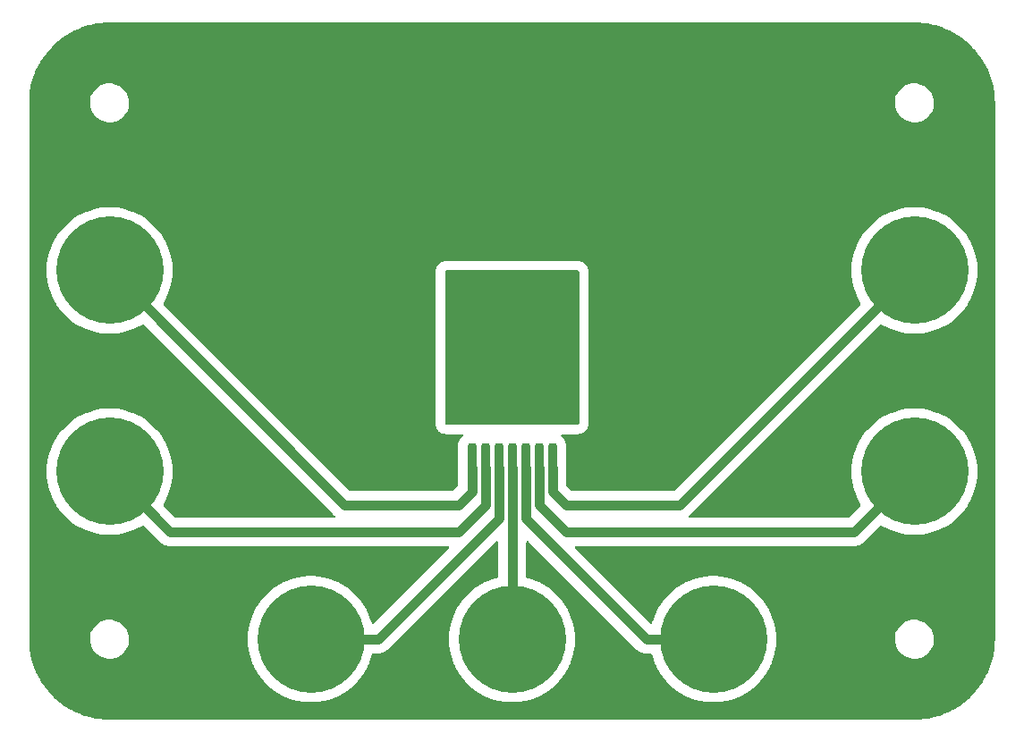
<source format=gbr>
%TF.GenerationSoftware,KiCad,Pcbnew,7.0.9*%
%TF.CreationDate,2023-11-14T16:07:15-06:00*%
%TF.ProjectId,to263-prototype,746f3236-332d-4707-926f-746f74797065,rev?*%
%TF.SameCoordinates,Original*%
%TF.FileFunction,Copper,L1,Top*%
%TF.FilePolarity,Positive*%
%FSLAX46Y46*%
G04 Gerber Fmt 4.6, Leading zero omitted, Abs format (unit mm)*
G04 Created by KiCad (PCBNEW 7.0.9) date 2023-11-14 16:07:15*
%MOMM*%
%LPD*%
G01*
G04 APERTURE LIST*
G04 Aperture macros list*
%AMRoundRect*
0 Rectangle with rounded corners*
0 $1 Rounding radius*
0 $2 $3 $4 $5 $6 $7 $8 $9 X,Y pos of 4 corners*
0 Add a 4 corners polygon primitive as box body*
4,1,4,$2,$3,$4,$5,$6,$7,$8,$9,$2,$3,0*
0 Add four circle primitives for the rounded corners*
1,1,$1+$1,$2,$3*
1,1,$1+$1,$4,$5*
1,1,$1+$1,$6,$7*
1,1,$1+$1,$8,$9*
0 Add four rect primitives between the rounded corners*
20,1,$1+$1,$2,$3,$4,$5,0*
20,1,$1+$1,$4,$5,$6,$7,0*
20,1,$1+$1,$6,$7,$8,$9,0*
20,1,$1+$1,$8,$9,$2,$3,0*%
G04 Aperture macros list end*
%TA.AperFunction,SMDPad,CuDef*%
%ADD10RoundRect,0.190500X3.009900X0.190500X-3.009900X0.190500X-3.009900X-0.190500X3.009900X-0.190500X0*%
%TD*%
%TA.AperFunction,ComponentPad*%
%ADD11C,10.160000*%
%TD*%
%TA.AperFunction,SMDPad,CuDef*%
%ADD12RoundRect,0.200000X0.200000X-2.100000X0.200000X2.100000X-0.200000X2.100000X-0.200000X-2.100000X0*%
%TD*%
%TA.AperFunction,SMDPad,CuDef*%
%ADD13RoundRect,0.250000X2.375000X-2.025000X2.375000X2.025000X-2.375000X2.025000X-2.375000X-2.025000X0*%
%TD*%
%TA.AperFunction,SMDPad,CuDef*%
%ADD14RoundRect,0.250002X5.149998X-4.449998X5.149998X4.449998X-5.149998X4.449998X-5.149998X-4.449998X0*%
%TD*%
%TA.AperFunction,Conductor*%
%ADD15C,0.889000*%
%TD*%
G04 APERTURE END LIST*
D10*
%TO.P,C1,1*%
%TO.N,Net-(J4-Pin_1)*%
X88900000Y-67310000D03*
%TO.P,C1,2*%
%TO.N,GND*%
X88900000Y-65125600D03*
%TD*%
D11*
%TO.P,J8,1,Pin_1*%
%TO.N,GND*%
X69850000Y-50800000D03*
%TD*%
%TO.P,J4,1,Pin_1*%
%TO.N,Net-(J4-Pin_1)*%
X88900000Y-101600000D03*
%TD*%
%TO.P,J1,1,Pin_1*%
%TO.N,Net-(J1-Pin_1)*%
X50800000Y-66675000D03*
%TD*%
%TO.P,J3,1,Pin_1*%
%TO.N,Net-(J3-Pin_1)*%
X69850000Y-101600000D03*
%TD*%
%TO.P,J6,1,Pin_1*%
%TO.N,Net-(J6-Pin_1)*%
X127000000Y-85725000D03*
%TD*%
%TO.P,J5,1,Pin_1*%
%TO.N,Net-(J5-Pin_1)*%
X107950000Y-101600000D03*
%TD*%
%TO.P,J2,1,Pin_1*%
%TO.N,Net-(J2-Pin_1)*%
X50800000Y-85725000D03*
%TD*%
%TO.P,J7,1,Pin_1*%
%TO.N,Net-(J7-Pin_1)*%
X127000000Y-66675000D03*
%TD*%
D12*
%TO.P,U1,1,Pin_1*%
%TO.N,Net-(J1-Pin_1)*%
X85090000Y-85350000D03*
%TO.P,U1,2,Pin_2*%
%TO.N,Net-(J2-Pin_1)*%
X86360000Y-85350000D03*
%TO.P,U1,3,Pin_3*%
%TO.N,Net-(J3-Pin_1)*%
X87630000Y-85350000D03*
%TO.P,U1,4,Pin_4*%
%TO.N,Net-(J4-Pin_1)*%
X88900000Y-85350000D03*
D13*
X86125000Y-78625000D03*
X91675000Y-78625000D03*
D14*
X88900000Y-76200000D03*
D13*
X86125000Y-73775000D03*
X91675000Y-73775000D03*
D12*
%TO.P,U1,5,Pin_5*%
%TO.N,Net-(J5-Pin_1)*%
X90170000Y-85350000D03*
%TO.P,U1,6,Pin_6*%
%TO.N,Net-(J6-Pin_1)*%
X91440000Y-85350000D03*
%TO.P,U1,7,Pin_7*%
%TO.N,Net-(J7-Pin_1)*%
X92710000Y-85350000D03*
%TD*%
D15*
%TO.N,Net-(J1-Pin_1)*%
X85090000Y-87650000D02*
X83840000Y-88900000D01*
X73025000Y-88900000D02*
X50800000Y-66675000D01*
X85090000Y-85350000D02*
X85090000Y-87650000D01*
X83840000Y-88900000D02*
X73025000Y-88900000D01*
%TO.N,Net-(J2-Pin_1)*%
X56515000Y-91440000D02*
X50800000Y-85725000D01*
X83820000Y-91440000D02*
X56515000Y-91440000D01*
X86360000Y-85350000D02*
X86360000Y-88900000D01*
X86360000Y-88900000D02*
X83820000Y-91440000D01*
%TO.N,Net-(J3-Pin_1)*%
X87630000Y-85350000D02*
X87630000Y-90170000D01*
X87630000Y-90170000D02*
X76200000Y-101600000D01*
X76200000Y-101600000D02*
X69850000Y-101600000D01*
%TO.N,Net-(J4-Pin_1)*%
X88900000Y-85350000D02*
X88900000Y-101600000D01*
%TO.N,Net-(J5-Pin_1)*%
X90170000Y-85350000D02*
X90170000Y-90170000D01*
X101600000Y-101600000D02*
X107950000Y-101600000D01*
X90170000Y-90170000D02*
X101600000Y-101600000D01*
%TO.N,Net-(J6-Pin_1)*%
X121285000Y-91440000D02*
X127000000Y-85725000D01*
X93980000Y-91440000D02*
X121285000Y-91440000D01*
X91440000Y-88900000D02*
X93980000Y-91440000D01*
X91440000Y-85350000D02*
X91440000Y-88900000D01*
%TO.N,Net-(J7-Pin_1)*%
X104775000Y-88900000D02*
X127000000Y-66675000D01*
X92710000Y-87630000D02*
X93980000Y-88900000D01*
X92710000Y-85350000D02*
X92710000Y-87630000D01*
X93980000Y-88900000D02*
X104775000Y-88900000D01*
%TD*%
%TA.AperFunction,Conductor*%
%TO.N,GND*%
G36*
X127322140Y-43191504D02*
G01*
X127522520Y-43198661D01*
X127526580Y-43198942D01*
X127814973Y-43228589D01*
X128051748Y-43254046D01*
X128055619Y-43254588D01*
X128334032Y-43302592D01*
X128575786Y-43346209D01*
X128579345Y-43346963D01*
X128841257Y-43410789D01*
X128850934Y-43413148D01*
X129092051Y-43474689D01*
X129095400Y-43475647D01*
X129360331Y-43559732D01*
X129598091Y-43638866D01*
X129601205Y-43639999D01*
X129715553Y-43685091D01*
X129858831Y-43741592D01*
X130091402Y-43837927D01*
X130094269Y-43839202D01*
X130251768Y-43914105D01*
X130343806Y-43957877D01*
X130569576Y-44070889D01*
X130572211Y-44072288D01*
X130812732Y-44207526D01*
X130898176Y-44258221D01*
X131030359Y-44336650D01*
X131032709Y-44338117D01*
X131163888Y-44424157D01*
X131263229Y-44489315D01*
X131263251Y-44489329D01*
X131472485Y-44634603D01*
X131693115Y-44801912D01*
X131891579Y-44961844D01*
X131996099Y-45052980D01*
X132100199Y-45143751D01*
X132286816Y-45317497D01*
X132482502Y-45513183D01*
X132656248Y-45699800D01*
X132708860Y-45760137D01*
X132838158Y-45908423D01*
X132947881Y-46044582D01*
X132998087Y-46106884D01*
X133165396Y-46327514D01*
X133310670Y-46536748D01*
X133461881Y-46767289D01*
X133463359Y-46769656D01*
X133592473Y-46987267D01*
X133727710Y-47227787D01*
X133729109Y-47230422D01*
X133842122Y-47456193D01*
X133960786Y-47705706D01*
X133962076Y-47708608D01*
X134058414Y-47941188D01*
X134159999Y-48198793D01*
X134161150Y-48201959D01*
X134240283Y-48439717D01*
X134324340Y-48704561D01*
X134325319Y-48707984D01*
X134386851Y-48949065D01*
X134453021Y-49220589D01*
X134453799Y-49224261D01*
X134497418Y-49466026D01*
X134545410Y-49744381D01*
X134545957Y-49748288D01*
X134571425Y-49985174D01*
X134601053Y-50273378D01*
X134601338Y-50277506D01*
X134608507Y-50478225D01*
X134619500Y-50800001D01*
X134619500Y-101599999D01*
X134608507Y-101921774D01*
X134601338Y-102122492D01*
X134601053Y-102126620D01*
X134571425Y-102414825D01*
X134545957Y-102651710D01*
X134545410Y-102655617D01*
X134497418Y-102933973D01*
X134453799Y-103175737D01*
X134453021Y-103179409D01*
X134386851Y-103450934D01*
X134325319Y-103692014D01*
X134324340Y-103695437D01*
X134240283Y-103960282D01*
X134161150Y-104198039D01*
X134160000Y-104201205D01*
X134058414Y-104458811D01*
X133962076Y-104691390D01*
X133960786Y-104694292D01*
X133842122Y-104943806D01*
X133729109Y-105169576D01*
X133727710Y-105172211D01*
X133592473Y-105412732D01*
X133463359Y-105630342D01*
X133461881Y-105632709D01*
X133310670Y-105863251D01*
X133165396Y-106072485D01*
X132998087Y-106293115D01*
X132838151Y-106491585D01*
X132656248Y-106700199D01*
X132482502Y-106886816D01*
X132286816Y-107082502D01*
X132100199Y-107256248D01*
X131891585Y-107438151D01*
X131693115Y-107598087D01*
X131472485Y-107765396D01*
X131263251Y-107910670D01*
X131032709Y-108061881D01*
X131030342Y-108063359D01*
X130812732Y-108192473D01*
X130572211Y-108327710D01*
X130569576Y-108329109D01*
X130343806Y-108442122D01*
X130094292Y-108560786D01*
X130091390Y-108562076D01*
X129858811Y-108658414D01*
X129601205Y-108760000D01*
X129598039Y-108761150D01*
X129360282Y-108840283D01*
X129095437Y-108924340D01*
X129092014Y-108925319D01*
X128850934Y-108986851D01*
X128579409Y-109053021D01*
X128575737Y-109053799D01*
X128333973Y-109097418D01*
X128055617Y-109145410D01*
X128051710Y-109145957D01*
X127814825Y-109171425D01*
X127526620Y-109201053D01*
X127522492Y-109201338D01*
X127321774Y-109208507D01*
X126999999Y-109219500D01*
X50800001Y-109219500D01*
X50478225Y-109208507D01*
X50277506Y-109201338D01*
X50273378Y-109201053D01*
X49985174Y-109171425D01*
X49748288Y-109145957D01*
X49744381Y-109145410D01*
X49466026Y-109097418D01*
X49224261Y-109053799D01*
X49220604Y-109053024D01*
X49119381Y-109028356D01*
X48949065Y-108986851D01*
X48707984Y-108925319D01*
X48704561Y-108924340D01*
X48439717Y-108840283D01*
X48201950Y-108761146D01*
X48198793Y-108759999D01*
X47941188Y-108658414D01*
X47708608Y-108562076D01*
X47705706Y-108560786D01*
X47456193Y-108442122D01*
X47230422Y-108329109D01*
X47227787Y-108327710D01*
X46987267Y-108192473D01*
X46769656Y-108063359D01*
X46767289Y-108061881D01*
X46536748Y-107910670D01*
X46327514Y-107765396D01*
X46106884Y-107598087D01*
X46023367Y-107530785D01*
X45908423Y-107438158D01*
X45760137Y-107308860D01*
X45699800Y-107256248D01*
X45513183Y-107082502D01*
X45317497Y-106886816D01*
X45143751Y-106700199D01*
X45066097Y-106611142D01*
X44961844Y-106491579D01*
X44801912Y-106293115D01*
X44634603Y-106072485D01*
X44489329Y-105863251D01*
X44338117Y-105632709D01*
X44336650Y-105630359D01*
X44207526Y-105412732D01*
X44072288Y-105172211D01*
X44070889Y-105169576D01*
X43957877Y-104943806D01*
X43918755Y-104861545D01*
X43839202Y-104694270D01*
X43837922Y-104691390D01*
X43741585Y-104458811D01*
X43639999Y-104201205D01*
X43638866Y-104198091D01*
X43559732Y-103960331D01*
X43475647Y-103695400D01*
X43474689Y-103692051D01*
X43413148Y-103450934D01*
X43402031Y-103405316D01*
X43346963Y-103179345D01*
X43346209Y-103175786D01*
X43302586Y-102933999D01*
X43254588Y-102655617D01*
X43254046Y-102651748D01*
X43228574Y-102414825D01*
X43198942Y-102126580D01*
X43198661Y-102122520D01*
X43191492Y-101921774D01*
X43182815Y-101667763D01*
X48945787Y-101667763D01*
X48975413Y-101937013D01*
X48975415Y-101937024D01*
X49024982Y-102126620D01*
X49043928Y-102199088D01*
X49149870Y-102448390D01*
X49258147Y-102625808D01*
X49290979Y-102679605D01*
X49290986Y-102679615D01*
X49464253Y-102887819D01*
X49464259Y-102887824D01*
X49515765Y-102933973D01*
X49665998Y-103068582D01*
X49891910Y-103218044D01*
X50137176Y-103333020D01*
X50137183Y-103333022D01*
X50137185Y-103333023D01*
X50396557Y-103411057D01*
X50396564Y-103411058D01*
X50396569Y-103411060D01*
X50664561Y-103450500D01*
X50664566Y-103450500D01*
X50867636Y-103450500D01*
X50919133Y-103446730D01*
X51070156Y-103435677D01*
X51206451Y-103405316D01*
X51334546Y-103376782D01*
X51334548Y-103376781D01*
X51334553Y-103376780D01*
X51587558Y-103280014D01*
X51823777Y-103147441D01*
X52038177Y-102981888D01*
X52226186Y-102786881D01*
X52383799Y-102566579D01*
X52479850Y-102379759D01*
X52507649Y-102325690D01*
X52507651Y-102325684D01*
X52507656Y-102325675D01*
X52595118Y-102069305D01*
X52644319Y-101802933D01*
X52654212Y-101532235D01*
X52624586Y-101262982D01*
X52556072Y-101000912D01*
X52450130Y-100751610D01*
X52309018Y-100520390D01*
X52219747Y-100413119D01*
X52135746Y-100312180D01*
X52135740Y-100312175D01*
X51934002Y-100131418D01*
X51708092Y-99981957D01*
X51708090Y-99981956D01*
X51462824Y-99866980D01*
X51462819Y-99866978D01*
X51462814Y-99866976D01*
X51203442Y-99788942D01*
X51203428Y-99788939D01*
X51087791Y-99771921D01*
X50935439Y-99749500D01*
X50732369Y-99749500D01*
X50732364Y-99749500D01*
X50529844Y-99764323D01*
X50529831Y-99764325D01*
X50265453Y-99823217D01*
X50265446Y-99823220D01*
X50012439Y-99919987D01*
X49776226Y-100052557D01*
X49561822Y-100218112D01*
X49373822Y-100413109D01*
X49373816Y-100413116D01*
X49216202Y-100633419D01*
X49216199Y-100633424D01*
X49092350Y-100874309D01*
X49092343Y-100874327D01*
X49004884Y-101130685D01*
X49004881Y-101130699D01*
X48955681Y-101397068D01*
X48955680Y-101397075D01*
X48945787Y-101667763D01*
X43182815Y-101667763D01*
X43180500Y-101600000D01*
X43180500Y-101599500D01*
X43180500Y-85725001D01*
X44825655Y-85725001D01*
X44845028Y-86205734D01*
X44903021Y-86683355D01*
X44903021Y-86683354D01*
X44972989Y-87026077D01*
X44999259Y-87154754D01*
X45133116Y-87616884D01*
X45133119Y-87616893D01*
X45303730Y-88066756D01*
X45416400Y-88304202D01*
X45509980Y-88501417D01*
X45731121Y-88884444D01*
X45750548Y-88918091D01*
X45783773Y-88966225D01*
X46023853Y-89314042D01*
X46328139Y-89686724D01*
X46328142Y-89686727D01*
X46661427Y-90033713D01*
X47021553Y-90352757D01*
X47406188Y-90641792D01*
X47812830Y-90898937D01*
X47812831Y-90898937D01*
X48238853Y-91122530D01*
X48566128Y-91261968D01*
X48681468Y-91311110D01*
X48681470Y-91311110D01*
X48681478Y-91311114D01*
X48863002Y-91371715D01*
X49137833Y-91463467D01*
X49137836Y-91463467D01*
X49137836Y-91463468D01*
X49604976Y-91578607D01*
X50079870Y-91655785D01*
X50079871Y-91655785D01*
X50559435Y-91694500D01*
X50559437Y-91694500D01*
X51040565Y-91694500D01*
X51520129Y-91655785D01*
X51520130Y-91655785D01*
X51995024Y-91578607D01*
X52462164Y-91463468D01*
X52462164Y-91463467D01*
X52462167Y-91463467D01*
X52736997Y-91371715D01*
X52918522Y-91311114D01*
X52918529Y-91311110D01*
X52918532Y-91311110D01*
X53033872Y-91261968D01*
X53361147Y-91122530D01*
X53787169Y-90898937D01*
X53787168Y-90898937D01*
X53787173Y-90898935D01*
X53887255Y-90835646D01*
X53954434Y-90816453D01*
X54021328Y-90836628D01*
X54041208Y-90852769D01*
X55489193Y-92300754D01*
X55654246Y-92465807D01*
X55684381Y-92486908D01*
X55699916Y-92497786D01*
X55704208Y-92501079D01*
X55746927Y-92536924D01*
X55795236Y-92564815D01*
X55799770Y-92567704D01*
X55845452Y-92599691D01*
X55895990Y-92623256D01*
X55900766Y-92625743D01*
X55900784Y-92625753D01*
X55949063Y-92653628D01*
X55949067Y-92653630D01*
X55949074Y-92653634D01*
X56001483Y-92672708D01*
X56006463Y-92674772D01*
X56057000Y-92698338D01*
X56057001Y-92698338D01*
X56057002Y-92698339D01*
X56110855Y-92712768D01*
X56116013Y-92714395D01*
X56159354Y-92730169D01*
X56168417Y-92733468D01*
X56223341Y-92743151D01*
X56228604Y-92744319D01*
X56236480Y-92746429D01*
X56282468Y-92758752D01*
X56338047Y-92763613D01*
X56343353Y-92764312D01*
X56398290Y-92774000D01*
X56456753Y-92774000D01*
X82840077Y-92774000D01*
X82907116Y-92793685D01*
X82952871Y-92846489D01*
X82962815Y-92915647D01*
X82933790Y-92979203D01*
X82927758Y-92985681D01*
X75819902Y-100093535D01*
X75758579Y-100127020D01*
X75688887Y-100122036D01*
X75632954Y-100080164D01*
X75613117Y-100040353D01*
X75516884Y-99708116D01*
X75346275Y-99258256D01*
X75346272Y-99258251D01*
X75346270Y-99258244D01*
X75233599Y-99020797D01*
X75140020Y-98823583D01*
X74899457Y-98406917D01*
X74899454Y-98406913D01*
X74899452Y-98406909D01*
X74811359Y-98279285D01*
X74626147Y-98010958D01*
X74321861Y-97638276D01*
X73988574Y-97291288D01*
X73628447Y-96972243D01*
X73243815Y-96683210D01*
X72837173Y-96426065D01*
X72837170Y-96426063D01*
X72837169Y-96426063D01*
X72411147Y-96202470D01*
X72083872Y-96063031D01*
X71968532Y-96013890D01*
X71968529Y-96013889D01*
X71968522Y-96013886D01*
X71786997Y-95953284D01*
X71512167Y-95861533D01*
X71512164Y-95861532D01*
X71045024Y-95746393D01*
X70570130Y-95669215D01*
X70570129Y-95669215D01*
X70090565Y-95630500D01*
X70090563Y-95630500D01*
X69609437Y-95630500D01*
X69609435Y-95630500D01*
X69129871Y-95669215D01*
X69129870Y-95669215D01*
X68654976Y-95746393D01*
X68187836Y-95861532D01*
X68187833Y-95861533D01*
X67913002Y-95953284D01*
X67731478Y-96013886D01*
X67731470Y-96013889D01*
X67731468Y-96013890D01*
X67616128Y-96063031D01*
X67288853Y-96202470D01*
X66862832Y-96426063D01*
X66862831Y-96426063D01*
X66862828Y-96426065D01*
X66456185Y-96683210D01*
X66071553Y-96972243D01*
X65711426Y-97291288D01*
X65378139Y-97638276D01*
X65073853Y-98010958D01*
X64888640Y-98279285D01*
X64800548Y-98406909D01*
X64800545Y-98406913D01*
X64800543Y-98406917D01*
X64559980Y-98823583D01*
X64466400Y-99020797D01*
X64353730Y-99258244D01*
X64353727Y-99258251D01*
X64353725Y-99258256D01*
X64183116Y-99708116D01*
X64049260Y-100170241D01*
X63953021Y-100641645D01*
X63953021Y-100641646D01*
X63953021Y-100641648D01*
X63895028Y-101119265D01*
X63875655Y-101600000D01*
X63895028Y-102080735D01*
X63909398Y-102199082D01*
X63953021Y-102558355D01*
X63953021Y-102558354D01*
X64033729Y-102953685D01*
X64049259Y-103029754D01*
X64183116Y-103491884D01*
X64340418Y-103906657D01*
X64353730Y-103941756D01*
X64362521Y-103960282D01*
X64559980Y-104376417D01*
X64741830Y-104691390D01*
X64800548Y-104793091D01*
X64856940Y-104874788D01*
X65073853Y-105189042D01*
X65378139Y-105561724D01*
X65711426Y-105908712D01*
X66071553Y-106227757D01*
X66422643Y-106491585D01*
X66456188Y-106516792D01*
X66862830Y-106773937D01*
X66862831Y-106773937D01*
X67277649Y-106991650D01*
X67288853Y-106997530D01*
X67488291Y-107082502D01*
X67731468Y-107186110D01*
X67731470Y-107186110D01*
X67731478Y-107186114D01*
X67913002Y-107246715D01*
X68187833Y-107338467D01*
X68187836Y-107338467D01*
X68187836Y-107338468D01*
X68654976Y-107453607D01*
X69129870Y-107530785D01*
X69129871Y-107530785D01*
X69609435Y-107569500D01*
X69609437Y-107569500D01*
X70090565Y-107569500D01*
X70570129Y-107530785D01*
X70570130Y-107530785D01*
X71045024Y-107453607D01*
X71512164Y-107338468D01*
X71512164Y-107338467D01*
X71512167Y-107338467D01*
X71786997Y-107246715D01*
X71968522Y-107186114D01*
X71968529Y-107186110D01*
X71968532Y-107186110D01*
X72211709Y-107082502D01*
X72411147Y-106997530D01*
X72422351Y-106991650D01*
X72837169Y-106773937D01*
X72837170Y-106773937D01*
X73243812Y-106516792D01*
X73277357Y-106491585D01*
X73628447Y-106227757D01*
X73988574Y-105908712D01*
X74321861Y-105561724D01*
X74626147Y-105189042D01*
X74843060Y-104874788D01*
X74899452Y-104793091D01*
X74958170Y-104691390D01*
X75140020Y-104376417D01*
X75337479Y-103960282D01*
X75346270Y-103941756D01*
X75359582Y-103906657D01*
X75516884Y-103491884D01*
X75650741Y-103029754D01*
X75650742Y-103029748D01*
X75651094Y-103028323D01*
X75686251Y-102967943D01*
X75748471Y-102936155D01*
X75771490Y-102934000D01*
X76316707Y-102934000D01*
X76316710Y-102934000D01*
X76371645Y-102924313D01*
X76376966Y-102923613D01*
X76432532Y-102918752D01*
X76486416Y-102904313D01*
X76491653Y-102903152D01*
X76546583Y-102893467D01*
X76567018Y-102886029D01*
X76598977Y-102874397D01*
X76604134Y-102872771D01*
X76657998Y-102858339D01*
X76708536Y-102834771D01*
X76713526Y-102832705D01*
X76765927Y-102813634D01*
X76814232Y-102785744D01*
X76819006Y-102783258D01*
X76869548Y-102759691D01*
X76915226Y-102727706D01*
X76919772Y-102724809D01*
X76968074Y-102696923D01*
X77010811Y-102661060D01*
X77015068Y-102657795D01*
X77060754Y-102625807D01*
X77225807Y-102460754D01*
X87354319Y-92332242D01*
X87415642Y-92298757D01*
X87485334Y-92303741D01*
X87541267Y-92345613D01*
X87565684Y-92411077D01*
X87566000Y-92419923D01*
X87566000Y-95683499D01*
X87546315Y-95750538D01*
X87493511Y-95796293D01*
X87471675Y-95803896D01*
X87237836Y-95861532D01*
X87237833Y-95861533D01*
X86963002Y-95953284D01*
X86781478Y-96013886D01*
X86781470Y-96013889D01*
X86781468Y-96013890D01*
X86666128Y-96063031D01*
X86338853Y-96202470D01*
X85912832Y-96426063D01*
X85912831Y-96426063D01*
X85912828Y-96426065D01*
X85506185Y-96683210D01*
X85121553Y-96972243D01*
X84761426Y-97291288D01*
X84428139Y-97638276D01*
X84123853Y-98010958D01*
X83938640Y-98279285D01*
X83850548Y-98406909D01*
X83850545Y-98406913D01*
X83850543Y-98406917D01*
X83609980Y-98823583D01*
X83516400Y-99020797D01*
X83403730Y-99258244D01*
X83403727Y-99258251D01*
X83403725Y-99258256D01*
X83233116Y-99708116D01*
X83099260Y-100170241D01*
X83003021Y-100641645D01*
X83003021Y-100641646D01*
X83003021Y-100641648D01*
X82945028Y-101119265D01*
X82925655Y-101600000D01*
X82945028Y-102080735D01*
X82959398Y-102199082D01*
X83003021Y-102558355D01*
X83003021Y-102558354D01*
X83083729Y-102953685D01*
X83099259Y-103029754D01*
X83233116Y-103491884D01*
X83390418Y-103906657D01*
X83403730Y-103941756D01*
X83412521Y-103960282D01*
X83609980Y-104376417D01*
X83791830Y-104691390D01*
X83850548Y-104793091D01*
X83906940Y-104874788D01*
X84123853Y-105189042D01*
X84428139Y-105561724D01*
X84761426Y-105908712D01*
X85121553Y-106227757D01*
X85472643Y-106491585D01*
X85506188Y-106516792D01*
X85912830Y-106773937D01*
X85912831Y-106773937D01*
X86327649Y-106991650D01*
X86338853Y-106997530D01*
X86538291Y-107082502D01*
X86781468Y-107186110D01*
X86781470Y-107186110D01*
X86781478Y-107186114D01*
X86963002Y-107246715D01*
X87237833Y-107338467D01*
X87237836Y-107338467D01*
X87237836Y-107338468D01*
X87704976Y-107453607D01*
X88179870Y-107530785D01*
X88179871Y-107530785D01*
X88659435Y-107569500D01*
X88659437Y-107569500D01*
X89140565Y-107569500D01*
X89620129Y-107530785D01*
X89620130Y-107530785D01*
X90095024Y-107453607D01*
X90562164Y-107338468D01*
X90562164Y-107338467D01*
X90562167Y-107338467D01*
X90836997Y-107246715D01*
X91018522Y-107186114D01*
X91018529Y-107186110D01*
X91018532Y-107186110D01*
X91261709Y-107082502D01*
X91461147Y-106997530D01*
X91472351Y-106991650D01*
X91887169Y-106773937D01*
X91887170Y-106773937D01*
X92293812Y-106516792D01*
X92327357Y-106491585D01*
X92678447Y-106227757D01*
X93038574Y-105908712D01*
X93371861Y-105561724D01*
X93676147Y-105189042D01*
X93893060Y-104874788D01*
X93949452Y-104793091D01*
X94008170Y-104691390D01*
X94190020Y-104376417D01*
X94387479Y-103960282D01*
X94396270Y-103941756D01*
X94409582Y-103906657D01*
X94566884Y-103491884D01*
X94700741Y-103029754D01*
X94716271Y-102953685D01*
X94796979Y-102558354D01*
X94796979Y-102558355D01*
X94840602Y-102199082D01*
X94854972Y-102080735D01*
X94874345Y-101600000D01*
X94854972Y-101119265D01*
X94796979Y-100641648D01*
X94796979Y-100641646D01*
X94796978Y-100641645D01*
X94700740Y-100170241D01*
X94566884Y-99708116D01*
X94396275Y-99258256D01*
X94396272Y-99258251D01*
X94396270Y-99258244D01*
X94283599Y-99020797D01*
X94190020Y-98823583D01*
X93949457Y-98406917D01*
X93949454Y-98406913D01*
X93949452Y-98406909D01*
X93861359Y-98279285D01*
X93676147Y-98010958D01*
X93371861Y-97638276D01*
X93038574Y-97291288D01*
X92678447Y-96972243D01*
X92293815Y-96683210D01*
X91887173Y-96426065D01*
X91887170Y-96426063D01*
X91887169Y-96426063D01*
X91461147Y-96202470D01*
X91133872Y-96063031D01*
X91018532Y-96013890D01*
X91018529Y-96013889D01*
X91018522Y-96013886D01*
X90836997Y-95953284D01*
X90562167Y-95861533D01*
X90562164Y-95861532D01*
X90328325Y-95803896D01*
X90267944Y-95768739D01*
X90236156Y-95706520D01*
X90234000Y-95683499D01*
X90234000Y-92419923D01*
X90253685Y-92352884D01*
X90306489Y-92307129D01*
X90375647Y-92297185D01*
X90439203Y-92326210D01*
X90445681Y-92332242D01*
X100574193Y-102460754D01*
X100739246Y-102625807D01*
X100784936Y-102657799D01*
X100789199Y-102661070D01*
X100820674Y-102687481D01*
X100831922Y-102696920D01*
X100831929Y-102696925D01*
X100880211Y-102724801D01*
X100884775Y-102727708D01*
X100930447Y-102759688D01*
X100930449Y-102759689D01*
X100930452Y-102759691D01*
X100980979Y-102783252D01*
X100985772Y-102785748D01*
X101016186Y-102803306D01*
X101034073Y-102813634D01*
X101064695Y-102824779D01*
X101086472Y-102832705D01*
X101091473Y-102834777D01*
X101114362Y-102845450D01*
X101142002Y-102858339D01*
X101142006Y-102858340D01*
X101142004Y-102858340D01*
X101188965Y-102870922D01*
X101195857Y-102872769D01*
X101195865Y-102872771D01*
X101201027Y-102874399D01*
X101220988Y-102881663D01*
X101253417Y-102893467D01*
X101308342Y-102903151D01*
X101313590Y-102904315D01*
X101367468Y-102918752D01*
X101417666Y-102923143D01*
X101423017Y-102923612D01*
X101428376Y-102924317D01*
X101483290Y-102934000D01*
X101541753Y-102934000D01*
X102028510Y-102934000D01*
X102095549Y-102953685D01*
X102141304Y-103006489D01*
X102148906Y-103028323D01*
X102149257Y-103029748D01*
X102149259Y-103029754D01*
X102283116Y-103491884D01*
X102440418Y-103906657D01*
X102453730Y-103941756D01*
X102462521Y-103960282D01*
X102659980Y-104376417D01*
X102841830Y-104691390D01*
X102900548Y-104793091D01*
X102956940Y-104874788D01*
X103173853Y-105189042D01*
X103478139Y-105561724D01*
X103811426Y-105908712D01*
X104171553Y-106227757D01*
X104522643Y-106491585D01*
X104556188Y-106516792D01*
X104962830Y-106773937D01*
X104962831Y-106773937D01*
X105377649Y-106991650D01*
X105388853Y-106997530D01*
X105588291Y-107082502D01*
X105831468Y-107186110D01*
X105831470Y-107186110D01*
X105831478Y-107186114D01*
X106013002Y-107246715D01*
X106287833Y-107338467D01*
X106287836Y-107338467D01*
X106287836Y-107338468D01*
X106754976Y-107453607D01*
X107229870Y-107530785D01*
X107229871Y-107530785D01*
X107709435Y-107569500D01*
X107709437Y-107569500D01*
X108190565Y-107569500D01*
X108670129Y-107530785D01*
X108670130Y-107530785D01*
X109145024Y-107453607D01*
X109612164Y-107338468D01*
X109612164Y-107338467D01*
X109612167Y-107338467D01*
X109886997Y-107246715D01*
X110068522Y-107186114D01*
X110068529Y-107186110D01*
X110068532Y-107186110D01*
X110311709Y-107082502D01*
X110511147Y-106997530D01*
X110522351Y-106991650D01*
X110937169Y-106773937D01*
X110937170Y-106773937D01*
X111343812Y-106516792D01*
X111377357Y-106491585D01*
X111728447Y-106227757D01*
X112088574Y-105908712D01*
X112421861Y-105561724D01*
X112726147Y-105189042D01*
X112943060Y-104874788D01*
X112999452Y-104793091D01*
X113058170Y-104691390D01*
X113240020Y-104376417D01*
X113437479Y-103960282D01*
X113446270Y-103941756D01*
X113459582Y-103906657D01*
X113616884Y-103491884D01*
X113750741Y-103029754D01*
X113766271Y-102953685D01*
X113846979Y-102558354D01*
X113846979Y-102558355D01*
X113890602Y-102199082D01*
X113904972Y-102080735D01*
X113921614Y-101667763D01*
X125145787Y-101667763D01*
X125175413Y-101937013D01*
X125175415Y-101937024D01*
X125224982Y-102126620D01*
X125243928Y-102199088D01*
X125349870Y-102448390D01*
X125458147Y-102625808D01*
X125490979Y-102679605D01*
X125490986Y-102679615D01*
X125664253Y-102887819D01*
X125664259Y-102887824D01*
X125715765Y-102933973D01*
X125865998Y-103068582D01*
X126091910Y-103218044D01*
X126337176Y-103333020D01*
X126337183Y-103333022D01*
X126337185Y-103333023D01*
X126596557Y-103411057D01*
X126596564Y-103411058D01*
X126596569Y-103411060D01*
X126864561Y-103450500D01*
X126864566Y-103450500D01*
X127067636Y-103450500D01*
X127119133Y-103446730D01*
X127270156Y-103435677D01*
X127406451Y-103405316D01*
X127534546Y-103376782D01*
X127534548Y-103376781D01*
X127534553Y-103376780D01*
X127787558Y-103280014D01*
X128023777Y-103147441D01*
X128238177Y-102981888D01*
X128426186Y-102786881D01*
X128583799Y-102566579D01*
X128679850Y-102379759D01*
X128707649Y-102325690D01*
X128707651Y-102325684D01*
X128707656Y-102325675D01*
X128795118Y-102069305D01*
X128844319Y-101802933D01*
X128854212Y-101532235D01*
X128824586Y-101262982D01*
X128756072Y-101000912D01*
X128650130Y-100751610D01*
X128509018Y-100520390D01*
X128419747Y-100413119D01*
X128335746Y-100312180D01*
X128335740Y-100312175D01*
X128134002Y-100131418D01*
X127908092Y-99981957D01*
X127908090Y-99981956D01*
X127662824Y-99866980D01*
X127662819Y-99866978D01*
X127662814Y-99866976D01*
X127403442Y-99788942D01*
X127403428Y-99788939D01*
X127287791Y-99771921D01*
X127135439Y-99749500D01*
X126932369Y-99749500D01*
X126932364Y-99749500D01*
X126729844Y-99764323D01*
X126729831Y-99764325D01*
X126465453Y-99823217D01*
X126465446Y-99823220D01*
X126212439Y-99919987D01*
X125976226Y-100052557D01*
X125761822Y-100218112D01*
X125573822Y-100413109D01*
X125573816Y-100413116D01*
X125416202Y-100633419D01*
X125416199Y-100633424D01*
X125292350Y-100874309D01*
X125292343Y-100874327D01*
X125204884Y-101130685D01*
X125204881Y-101130699D01*
X125155681Y-101397068D01*
X125155680Y-101397075D01*
X125145787Y-101667763D01*
X113921614Y-101667763D01*
X113924345Y-101600000D01*
X113904972Y-101119265D01*
X113846979Y-100641648D01*
X113846979Y-100641646D01*
X113846978Y-100641645D01*
X113750740Y-100170241D01*
X113616884Y-99708116D01*
X113446275Y-99258256D01*
X113446272Y-99258251D01*
X113446270Y-99258244D01*
X113333599Y-99020797D01*
X113240020Y-98823583D01*
X112999457Y-98406917D01*
X112999454Y-98406913D01*
X112999452Y-98406909D01*
X112911359Y-98279285D01*
X112726147Y-98010958D01*
X112421861Y-97638276D01*
X112088574Y-97291288D01*
X111728447Y-96972243D01*
X111343815Y-96683210D01*
X110937173Y-96426065D01*
X110937170Y-96426063D01*
X110937169Y-96426063D01*
X110511147Y-96202470D01*
X110183872Y-96063031D01*
X110068532Y-96013890D01*
X110068529Y-96013889D01*
X110068522Y-96013886D01*
X109886997Y-95953284D01*
X109612167Y-95861533D01*
X109612164Y-95861532D01*
X109145024Y-95746393D01*
X108670130Y-95669215D01*
X108670129Y-95669215D01*
X108190565Y-95630500D01*
X108190563Y-95630500D01*
X107709437Y-95630500D01*
X107709435Y-95630500D01*
X107229871Y-95669215D01*
X107229870Y-95669215D01*
X106754976Y-95746393D01*
X106287836Y-95861532D01*
X106287833Y-95861533D01*
X106013002Y-95953284D01*
X105831478Y-96013886D01*
X105831470Y-96013889D01*
X105831468Y-96013890D01*
X105716128Y-96063031D01*
X105388853Y-96202470D01*
X104962832Y-96426063D01*
X104962831Y-96426063D01*
X104962828Y-96426065D01*
X104556185Y-96683210D01*
X104171553Y-96972243D01*
X103811426Y-97291288D01*
X103478139Y-97638276D01*
X103173853Y-98010958D01*
X102988640Y-98279285D01*
X102900548Y-98406909D01*
X102900545Y-98406913D01*
X102900543Y-98406917D01*
X102659980Y-98823583D01*
X102566400Y-99020797D01*
X102453730Y-99258244D01*
X102453727Y-99258251D01*
X102453725Y-99258256D01*
X102283116Y-99708116D01*
X102259705Y-99788940D01*
X102186882Y-100040354D01*
X102149323Y-100099270D01*
X102085874Y-100128527D01*
X102016680Y-100118837D01*
X101980097Y-100093536D01*
X94872242Y-92985681D01*
X94838757Y-92924358D01*
X94843741Y-92854666D01*
X94885613Y-92798733D01*
X94951077Y-92774316D01*
X94959923Y-92774000D01*
X121401707Y-92774000D01*
X121401710Y-92774000D01*
X121456645Y-92764313D01*
X121461966Y-92763613D01*
X121517532Y-92758752D01*
X121571416Y-92744313D01*
X121576653Y-92743152D01*
X121631583Y-92733467D01*
X121683977Y-92714397D01*
X121689130Y-92712772D01*
X121742998Y-92698339D01*
X121793536Y-92674771D01*
X121798526Y-92672705D01*
X121798540Y-92672700D01*
X121850927Y-92653634D01*
X121899232Y-92625744D01*
X121904006Y-92623258D01*
X121954548Y-92599691D01*
X122000226Y-92567706D01*
X122004772Y-92564809D01*
X122053074Y-92536923D01*
X122095811Y-92501060D01*
X122100068Y-92497795D01*
X122145754Y-92465807D01*
X122310807Y-92300754D01*
X123758792Y-90852767D01*
X123820113Y-90819284D01*
X123889804Y-90824268D01*
X123912741Y-90835644D01*
X123939822Y-90852769D01*
X124012830Y-90898937D01*
X124012831Y-90898937D01*
X124438853Y-91122530D01*
X124766128Y-91261968D01*
X124881468Y-91311110D01*
X124881470Y-91311110D01*
X124881478Y-91311114D01*
X125063002Y-91371715D01*
X125337833Y-91463467D01*
X125337836Y-91463467D01*
X125337836Y-91463468D01*
X125804976Y-91578607D01*
X126279870Y-91655785D01*
X126279871Y-91655785D01*
X126759435Y-91694500D01*
X126759437Y-91694500D01*
X127240565Y-91694500D01*
X127720129Y-91655785D01*
X127720130Y-91655785D01*
X128195024Y-91578607D01*
X128662164Y-91463468D01*
X128662164Y-91463467D01*
X128662167Y-91463467D01*
X128936997Y-91371715D01*
X129118522Y-91311114D01*
X129118529Y-91311110D01*
X129118532Y-91311110D01*
X129233872Y-91261968D01*
X129561147Y-91122530D01*
X129987169Y-90898937D01*
X129987170Y-90898937D01*
X130393812Y-90641792D01*
X130778447Y-90352757D01*
X131138573Y-90033713D01*
X131471858Y-89686727D01*
X131471857Y-89686727D01*
X131471861Y-89686724D01*
X131776147Y-89314042D01*
X132016227Y-88966225D01*
X132049452Y-88918091D01*
X132068879Y-88884444D01*
X132290020Y-88501417D01*
X132383599Y-88304202D01*
X132496270Y-88066756D01*
X132666881Y-87616893D01*
X132666884Y-87616884D01*
X132800741Y-87154754D01*
X132827011Y-87026077D01*
X132896979Y-86683354D01*
X132896979Y-86683355D01*
X132954972Y-86205734D01*
X132974345Y-85725001D01*
X132974345Y-85724999D01*
X132954972Y-85244266D01*
X132896979Y-84766645D01*
X132896979Y-84766646D01*
X132800740Y-84295241D01*
X132666884Y-83833116D01*
X132496275Y-83383256D01*
X132496272Y-83383251D01*
X132496270Y-83383244D01*
X132371387Y-83120061D01*
X132290020Y-82948583D01*
X132049457Y-82531917D01*
X132049454Y-82531913D01*
X132049452Y-82531909D01*
X131959224Y-82401191D01*
X131776147Y-82135958D01*
X131766891Y-82124622D01*
X131582723Y-81899057D01*
X131471861Y-81763276D01*
X131138574Y-81416288D01*
X131054695Y-81341978D01*
X130778447Y-81097243D01*
X130393812Y-80808208D01*
X129987170Y-80551063D01*
X129987169Y-80551063D01*
X129561147Y-80327470D01*
X129233872Y-80188031D01*
X129118532Y-80138890D01*
X129118529Y-80138889D01*
X129118522Y-80138886D01*
X128936997Y-80078284D01*
X128662167Y-79986533D01*
X128662164Y-79986532D01*
X128195024Y-79871393D01*
X127720130Y-79794215D01*
X127720129Y-79794215D01*
X127240565Y-79755500D01*
X127240563Y-79755500D01*
X126759437Y-79755500D01*
X126759435Y-79755500D01*
X126279871Y-79794215D01*
X126279870Y-79794215D01*
X125804976Y-79871393D01*
X125337836Y-79986532D01*
X125337833Y-79986533D01*
X125063002Y-80078284D01*
X124881478Y-80138886D01*
X124881470Y-80138889D01*
X124881468Y-80138890D01*
X124766128Y-80188031D01*
X124438853Y-80327470D01*
X124012832Y-80551063D01*
X124012831Y-80551063D01*
X123606188Y-80808208D01*
X123221553Y-81097243D01*
X122945305Y-81341978D01*
X122861426Y-81416288D01*
X122528139Y-81763276D01*
X122417277Y-81899057D01*
X122233109Y-82124622D01*
X122223853Y-82135958D01*
X122040776Y-82401191D01*
X121950548Y-82531909D01*
X121950545Y-82531913D01*
X121950543Y-82531917D01*
X121709980Y-82948583D01*
X121628613Y-83120061D01*
X121503730Y-83383244D01*
X121503727Y-83383251D01*
X121503725Y-83383256D01*
X121333116Y-83833116D01*
X121199260Y-84295241D01*
X121103021Y-84766646D01*
X121103021Y-84766645D01*
X121045028Y-85244266D01*
X121025655Y-85724999D01*
X121025655Y-85725001D01*
X121045028Y-86205734D01*
X121103021Y-86683355D01*
X121103021Y-86683354D01*
X121172989Y-87026077D01*
X121199259Y-87154754D01*
X121333116Y-87616884D01*
X121333119Y-87616893D01*
X121503730Y-88066756D01*
X121616400Y-88304202D01*
X121709980Y-88501417D01*
X121709982Y-88501420D01*
X121891918Y-88816544D01*
X121908391Y-88884444D01*
X121885538Y-88950471D01*
X121872212Y-88966225D01*
X120768758Y-90069681D01*
X120707435Y-90103166D01*
X120681077Y-90106000D01*
X105754924Y-90106000D01*
X105687885Y-90086315D01*
X105642130Y-90033511D01*
X105632186Y-89964353D01*
X105661211Y-89900797D01*
X105667242Y-89894319D01*
X105800807Y-89760754D01*
X110269808Y-85291753D01*
X123758792Y-71802767D01*
X123820113Y-71769284D01*
X123889805Y-71774268D01*
X123912741Y-71785644D01*
X123939822Y-71802769D01*
X124012830Y-71848937D01*
X124012831Y-71848937D01*
X124438853Y-72072530D01*
X124766128Y-72211968D01*
X124881468Y-72261110D01*
X124881470Y-72261110D01*
X124881478Y-72261114D01*
X125063002Y-72321715D01*
X125337833Y-72413467D01*
X125337836Y-72413467D01*
X125337836Y-72413468D01*
X125804976Y-72528607D01*
X126279870Y-72605785D01*
X126279871Y-72605785D01*
X126759435Y-72644500D01*
X126759437Y-72644500D01*
X127240565Y-72644500D01*
X127720129Y-72605785D01*
X127720130Y-72605785D01*
X128195024Y-72528607D01*
X128662164Y-72413468D01*
X128662164Y-72413467D01*
X128662167Y-72413467D01*
X128936997Y-72321715D01*
X129118522Y-72261114D01*
X129118529Y-72261110D01*
X129118532Y-72261110D01*
X129233872Y-72211968D01*
X129561147Y-72072530D01*
X129987169Y-71848937D01*
X129987170Y-71848937D01*
X130393812Y-71591792D01*
X130778447Y-71302757D01*
X131138573Y-70983713D01*
X131471858Y-70636727D01*
X131471857Y-70636727D01*
X131471861Y-70636724D01*
X131776147Y-70264042D01*
X132016227Y-69916225D01*
X132049452Y-69868091D01*
X132068879Y-69834444D01*
X132290020Y-69451417D01*
X132383599Y-69254202D01*
X132496270Y-69016756D01*
X132666881Y-68566893D01*
X132666884Y-68566884D01*
X132800741Y-68104754D01*
X132896979Y-67633354D01*
X132896979Y-67633355D01*
X132954972Y-67155734D01*
X132974345Y-66675001D01*
X132974345Y-66674999D01*
X132954972Y-66194266D01*
X132949918Y-66152646D01*
X132932621Y-66010187D01*
X132896979Y-65716645D01*
X132896979Y-65716646D01*
X132800740Y-65245241D01*
X132666884Y-64783116D01*
X132496275Y-64333256D01*
X132496272Y-64333251D01*
X132496270Y-64333244D01*
X132383599Y-64095797D01*
X132290020Y-63898583D01*
X132049457Y-63481917D01*
X132049454Y-63481913D01*
X132049452Y-63481909D01*
X131961359Y-63354285D01*
X131776147Y-63085958D01*
X131471861Y-62713276D01*
X131138574Y-62366288D01*
X130778447Y-62047243D01*
X130393815Y-61758210D01*
X129987173Y-61501065D01*
X129987170Y-61501063D01*
X129987169Y-61501063D01*
X129561147Y-61277470D01*
X129233872Y-61138031D01*
X129118532Y-61088890D01*
X129118529Y-61088889D01*
X129118522Y-61088886D01*
X128936997Y-61028284D01*
X128662167Y-60936533D01*
X128662164Y-60936532D01*
X128195024Y-60821393D01*
X127720130Y-60744215D01*
X127720129Y-60744215D01*
X127240565Y-60705500D01*
X127240563Y-60705500D01*
X126759437Y-60705500D01*
X126759435Y-60705500D01*
X126279871Y-60744215D01*
X126279870Y-60744215D01*
X125804976Y-60821393D01*
X125337836Y-60936532D01*
X125337833Y-60936533D01*
X125063002Y-61028284D01*
X124881478Y-61088886D01*
X124881470Y-61088889D01*
X124881468Y-61088890D01*
X124766128Y-61138031D01*
X124438853Y-61277470D01*
X124012832Y-61501063D01*
X124012831Y-61501063D01*
X124012828Y-61501065D01*
X123606185Y-61758210D01*
X123221553Y-62047243D01*
X122861426Y-62366288D01*
X122528139Y-62713276D01*
X122223853Y-63085958D01*
X122038640Y-63354285D01*
X121950548Y-63481909D01*
X121950545Y-63481913D01*
X121950543Y-63481917D01*
X121709980Y-63898583D01*
X121616400Y-64095797D01*
X121503730Y-64333244D01*
X121503727Y-64333251D01*
X121503725Y-64333256D01*
X121333116Y-64783116D01*
X121199260Y-65245241D01*
X121103021Y-65716646D01*
X121103021Y-65716645D01*
X121067379Y-66010187D01*
X121050082Y-66152646D01*
X121045028Y-66194266D01*
X121025655Y-66674999D01*
X121025655Y-66675001D01*
X121045028Y-67155734D01*
X121103021Y-67633355D01*
X121103021Y-67633354D01*
X121199259Y-68104754D01*
X121333116Y-68566884D01*
X121333119Y-68566893D01*
X121503730Y-69016756D01*
X121616400Y-69254202D01*
X121709980Y-69451417D01*
X121709982Y-69451420D01*
X121891918Y-69766544D01*
X121908391Y-69834444D01*
X121885538Y-69900471D01*
X121872212Y-69916225D01*
X104258758Y-87529681D01*
X104197435Y-87563166D01*
X104171077Y-87566000D01*
X94583923Y-87566000D01*
X94516884Y-87546315D01*
X94496242Y-87529681D01*
X94080319Y-87113758D01*
X94046834Y-87052435D01*
X94044000Y-87026077D01*
X94044000Y-85291753D01*
X94028752Y-85117472D01*
X94028752Y-85117468D01*
X94003724Y-85024062D01*
X93999499Y-84991969D01*
X93999499Y-83166809D01*
X93996716Y-83120075D01*
X93996716Y-83120067D01*
X93952488Y-82916753D01*
X93870581Y-82725483D01*
X93753957Y-82553171D01*
X93606829Y-82406043D01*
X93606827Y-82406042D01*
X93606822Y-82406037D01*
X93599661Y-82401191D01*
X93555175Y-82347313D01*
X93546880Y-82277938D01*
X93577408Y-82215091D01*
X93637069Y-82178725D01*
X93669163Y-82174500D01*
X95126001Y-82174500D01*
X95126010Y-82174499D01*
X95130266Y-82174490D01*
X95130283Y-82174488D01*
X95130285Y-82174488D01*
X95308005Y-82154951D01*
X95316147Y-82154056D01*
X95367658Y-82142850D01*
X95437681Y-82124622D01*
X95549808Y-82077236D01*
X95609928Y-82051830D01*
X95609930Y-82051829D01*
X95609930Y-82051828D01*
X95609932Y-82051828D01*
X95763284Y-81944812D01*
X95816088Y-81899057D01*
X95911874Y-81802355D01*
X96017427Y-81647992D01*
X96088579Y-81475056D01*
X96108264Y-81408017D01*
X96124953Y-81341977D01*
X96144500Y-81156000D01*
X96144500Y-66799000D01*
X96144490Y-66794734D01*
X96131327Y-66674999D01*
X96124058Y-66608871D01*
X96124055Y-66608849D01*
X96112850Y-66557342D01*
X96094621Y-66487317D01*
X96021830Y-66315071D01*
X96021829Y-66315069D01*
X95914812Y-66161716D01*
X95869054Y-66108909D01*
X95772353Y-66013124D01*
X95617989Y-65907571D01*
X95445062Y-65836423D01*
X95445058Y-65836421D01*
X95445056Y-65836421D01*
X95378017Y-65816736D01*
X95356315Y-65811251D01*
X95311983Y-65800048D01*
X95311978Y-65800047D01*
X95274781Y-65796137D01*
X95126000Y-65780500D01*
X82674000Y-65780500D01*
X82673999Y-65780500D01*
X82669734Y-65780510D01*
X82669714Y-65780511D01*
X82483871Y-65800941D01*
X82483849Y-65800944D01*
X82432342Y-65812150D01*
X82362317Y-65830378D01*
X82190071Y-65903169D01*
X82190069Y-65903170D01*
X82036716Y-66010187D01*
X81983909Y-66055946D01*
X81888124Y-66152646D01*
X81782571Y-66307010D01*
X81711423Y-66479937D01*
X81691736Y-66546984D01*
X81675048Y-66613016D01*
X81675047Y-66613021D01*
X81655500Y-66798999D01*
X81655500Y-81156001D01*
X81655510Y-81160265D01*
X81655511Y-81160285D01*
X81675941Y-81346128D01*
X81675944Y-81346150D01*
X81687150Y-81397658D01*
X81705378Y-81467682D01*
X81778169Y-81639928D01*
X81778170Y-81639930D01*
X81885187Y-81793283D01*
X81930946Y-81846091D01*
X82027646Y-81941875D01*
X82099027Y-81990685D01*
X82182008Y-82047427D01*
X82182009Y-82047427D01*
X82182010Y-82047428D01*
X82285114Y-82089848D01*
X82354944Y-82118579D01*
X82421983Y-82138264D01*
X82488023Y-82154953D01*
X82674000Y-82174500D01*
X84130837Y-82174500D01*
X84197876Y-82194185D01*
X84243631Y-82246989D01*
X84253575Y-82316147D01*
X84224550Y-82379703D01*
X84200339Y-82401191D01*
X84193177Y-82406037D01*
X84193168Y-82406045D01*
X84046045Y-82553168D01*
X84046041Y-82553173D01*
X83929416Y-82725487D01*
X83847512Y-82916751D01*
X83847509Y-82916762D01*
X83803284Y-83120061D01*
X83800500Y-83166808D01*
X83800500Y-84991970D01*
X83796275Y-85024062D01*
X83771250Y-85117460D01*
X83771247Y-85117473D01*
X83756000Y-85291753D01*
X83756000Y-87046077D01*
X83736315Y-87113116D01*
X83719681Y-87133758D01*
X83323758Y-87529681D01*
X83262435Y-87563166D01*
X83236077Y-87566000D01*
X73628923Y-87566000D01*
X73561884Y-87546315D01*
X73541242Y-87529681D01*
X55927786Y-69916225D01*
X55894301Y-69854902D01*
X55899285Y-69785210D01*
X55908080Y-69766544D01*
X56090018Y-69451420D01*
X56090020Y-69451417D01*
X56183599Y-69254202D01*
X56296270Y-69016756D01*
X56466881Y-68566893D01*
X56466884Y-68566884D01*
X56600741Y-68104754D01*
X56696979Y-67633354D01*
X56696979Y-67633355D01*
X56754972Y-67155734D01*
X56774345Y-66675001D01*
X56774345Y-66674999D01*
X56754972Y-66194266D01*
X56749918Y-66152646D01*
X56732621Y-66010187D01*
X56696979Y-65716645D01*
X56696979Y-65716646D01*
X56600740Y-65245241D01*
X56466884Y-64783116D01*
X56296275Y-64333256D01*
X56296272Y-64333251D01*
X56296270Y-64333244D01*
X56183599Y-64095797D01*
X56090020Y-63898583D01*
X55849457Y-63481917D01*
X55849454Y-63481913D01*
X55849452Y-63481909D01*
X55761359Y-63354285D01*
X55576147Y-63085958D01*
X55271861Y-62713276D01*
X54938574Y-62366288D01*
X54578447Y-62047243D01*
X54193815Y-61758210D01*
X53787173Y-61501065D01*
X53787170Y-61501063D01*
X53787169Y-61501063D01*
X53361147Y-61277470D01*
X53033872Y-61138031D01*
X52918532Y-61088890D01*
X52918529Y-61088889D01*
X52918522Y-61088886D01*
X52736997Y-61028284D01*
X52462167Y-60936533D01*
X52462164Y-60936532D01*
X51995024Y-60821393D01*
X51520130Y-60744215D01*
X51520129Y-60744215D01*
X51040565Y-60705500D01*
X51040563Y-60705500D01*
X50559437Y-60705500D01*
X50559435Y-60705500D01*
X50079871Y-60744215D01*
X50079870Y-60744215D01*
X49604976Y-60821393D01*
X49137836Y-60936532D01*
X49137833Y-60936533D01*
X48863002Y-61028284D01*
X48681478Y-61088886D01*
X48681470Y-61088889D01*
X48681468Y-61088890D01*
X48566128Y-61138031D01*
X48238853Y-61277470D01*
X47812832Y-61501063D01*
X47812831Y-61501063D01*
X47812828Y-61501065D01*
X47406185Y-61758210D01*
X47021553Y-62047243D01*
X46661426Y-62366288D01*
X46328139Y-62713276D01*
X46023853Y-63085958D01*
X45838640Y-63354285D01*
X45750548Y-63481909D01*
X45750545Y-63481913D01*
X45750543Y-63481917D01*
X45509980Y-63898583D01*
X45416400Y-64095797D01*
X45303730Y-64333244D01*
X45303727Y-64333251D01*
X45303725Y-64333256D01*
X45133116Y-64783116D01*
X44999260Y-65245241D01*
X44903021Y-65716646D01*
X44903021Y-65716645D01*
X44867379Y-66010187D01*
X44850082Y-66152646D01*
X44845028Y-66194266D01*
X44825655Y-66674999D01*
X44825655Y-66675001D01*
X44845028Y-67155734D01*
X44903021Y-67633355D01*
X44903021Y-67633354D01*
X44999259Y-68104754D01*
X45133116Y-68566884D01*
X45133119Y-68566893D01*
X45303730Y-69016756D01*
X45416400Y-69254202D01*
X45509980Y-69451417D01*
X45731121Y-69834444D01*
X45750548Y-69868091D01*
X45783773Y-69916225D01*
X46023853Y-70264042D01*
X46328139Y-70636724D01*
X46328142Y-70636727D01*
X46661427Y-70983713D01*
X47021553Y-71302757D01*
X47406188Y-71591792D01*
X47812830Y-71848937D01*
X47812831Y-71848937D01*
X48238853Y-72072530D01*
X48566128Y-72211968D01*
X48681468Y-72261110D01*
X48681470Y-72261110D01*
X48681478Y-72261114D01*
X48863002Y-72321715D01*
X49137833Y-72413467D01*
X49137836Y-72413467D01*
X49137836Y-72413468D01*
X49604976Y-72528607D01*
X50079870Y-72605785D01*
X50079871Y-72605785D01*
X50559435Y-72644500D01*
X50559437Y-72644500D01*
X51040565Y-72644500D01*
X51520129Y-72605785D01*
X51520130Y-72605785D01*
X51995024Y-72528607D01*
X52462164Y-72413468D01*
X52462164Y-72413467D01*
X52462167Y-72413467D01*
X52736997Y-72321715D01*
X52918522Y-72261114D01*
X52918529Y-72261110D01*
X52918532Y-72261110D01*
X53033872Y-72211968D01*
X53361147Y-72072530D01*
X53787169Y-71848937D01*
X53787168Y-71848937D01*
X53787173Y-71848935D01*
X53887255Y-71785646D01*
X53954434Y-71766453D01*
X54021328Y-71786628D01*
X54041208Y-71802769D01*
X72132758Y-89894319D01*
X72166242Y-89955642D01*
X72161258Y-90025334D01*
X72119386Y-90081267D01*
X72053922Y-90105684D01*
X72045076Y-90106000D01*
X57118923Y-90106000D01*
X57051884Y-90086315D01*
X57031242Y-90069681D01*
X55927786Y-88966225D01*
X55894301Y-88904902D01*
X55899285Y-88835210D01*
X55908080Y-88816544D01*
X56090018Y-88501420D01*
X56090020Y-88501417D01*
X56183599Y-88304202D01*
X56296270Y-88066756D01*
X56466881Y-87616893D01*
X56466884Y-87616884D01*
X56600741Y-87154754D01*
X56627011Y-87026077D01*
X56696979Y-86683354D01*
X56696979Y-86683355D01*
X56754972Y-86205734D01*
X56774345Y-85725001D01*
X56774345Y-85724999D01*
X56754972Y-85244266D01*
X56696979Y-84766645D01*
X56696979Y-84766646D01*
X56600740Y-84295241D01*
X56466884Y-83833116D01*
X56296275Y-83383256D01*
X56296272Y-83383251D01*
X56296270Y-83383244D01*
X56171387Y-83120061D01*
X56090020Y-82948583D01*
X55849457Y-82531917D01*
X55849454Y-82531913D01*
X55849452Y-82531909D01*
X55759224Y-82401191D01*
X55576147Y-82135958D01*
X55566891Y-82124622D01*
X55382723Y-81899057D01*
X55271861Y-81763276D01*
X54938574Y-81416288D01*
X54854695Y-81341978D01*
X54578447Y-81097243D01*
X54193812Y-80808208D01*
X53787170Y-80551063D01*
X53787169Y-80551063D01*
X53361147Y-80327470D01*
X53033872Y-80188031D01*
X52918532Y-80138890D01*
X52918529Y-80138889D01*
X52918522Y-80138886D01*
X52736997Y-80078284D01*
X52462167Y-79986533D01*
X52462164Y-79986532D01*
X51995024Y-79871393D01*
X51520130Y-79794215D01*
X51520129Y-79794215D01*
X51040565Y-79755500D01*
X51040563Y-79755500D01*
X50559437Y-79755500D01*
X50559435Y-79755500D01*
X50079871Y-79794215D01*
X50079870Y-79794215D01*
X49604976Y-79871393D01*
X49137836Y-79986532D01*
X49137833Y-79986533D01*
X48863002Y-80078284D01*
X48681478Y-80138886D01*
X48681470Y-80138889D01*
X48681468Y-80138890D01*
X48566128Y-80188031D01*
X48238853Y-80327470D01*
X47812832Y-80551063D01*
X47812831Y-80551063D01*
X47406188Y-80808208D01*
X47021553Y-81097243D01*
X46745305Y-81341978D01*
X46661426Y-81416288D01*
X46328139Y-81763276D01*
X46217277Y-81899057D01*
X46033109Y-82124622D01*
X46023853Y-82135958D01*
X45840776Y-82401191D01*
X45750548Y-82531909D01*
X45750545Y-82531913D01*
X45750543Y-82531917D01*
X45509980Y-82948583D01*
X45428613Y-83120061D01*
X45303730Y-83383244D01*
X45303727Y-83383251D01*
X45303725Y-83383256D01*
X45133116Y-83833116D01*
X44999260Y-84295241D01*
X44903021Y-84766646D01*
X44903021Y-84766645D01*
X44845028Y-85244266D01*
X44825655Y-85724999D01*
X44825655Y-85725001D01*
X43180500Y-85725001D01*
X43180500Y-50867763D01*
X48945787Y-50867763D01*
X48975413Y-51137013D01*
X48975415Y-51137024D01*
X49043926Y-51399082D01*
X49043928Y-51399088D01*
X49149870Y-51648390D01*
X49221998Y-51766575D01*
X49290979Y-51879605D01*
X49290986Y-51879615D01*
X49464253Y-52087819D01*
X49464259Y-52087824D01*
X49665998Y-52268582D01*
X49891910Y-52418044D01*
X50137176Y-52533020D01*
X50137183Y-52533022D01*
X50137185Y-52533023D01*
X50396557Y-52611057D01*
X50396564Y-52611058D01*
X50396569Y-52611060D01*
X50664561Y-52650500D01*
X50664566Y-52650500D01*
X50867636Y-52650500D01*
X50919133Y-52646730D01*
X51070156Y-52635677D01*
X51182758Y-52610593D01*
X51334546Y-52576782D01*
X51334548Y-52576781D01*
X51334553Y-52576780D01*
X51587558Y-52480014D01*
X51823777Y-52347441D01*
X52038177Y-52181888D01*
X52226186Y-51986881D01*
X52383799Y-51766579D01*
X52457787Y-51622669D01*
X52507649Y-51525690D01*
X52507651Y-51525684D01*
X52507656Y-51525675D01*
X52595118Y-51269305D01*
X52644319Y-51002933D01*
X52649259Y-50867763D01*
X125145787Y-50867763D01*
X125175413Y-51137013D01*
X125175415Y-51137024D01*
X125243926Y-51399082D01*
X125243928Y-51399088D01*
X125349870Y-51648390D01*
X125421998Y-51766575D01*
X125490979Y-51879605D01*
X125490986Y-51879615D01*
X125664253Y-52087819D01*
X125664259Y-52087824D01*
X125865998Y-52268582D01*
X126091910Y-52418044D01*
X126337176Y-52533020D01*
X126337183Y-52533022D01*
X126337185Y-52533023D01*
X126596557Y-52611057D01*
X126596564Y-52611058D01*
X126596569Y-52611060D01*
X126864561Y-52650500D01*
X126864566Y-52650500D01*
X127067636Y-52650500D01*
X127119133Y-52646730D01*
X127270156Y-52635677D01*
X127382758Y-52610593D01*
X127534546Y-52576782D01*
X127534548Y-52576781D01*
X127534553Y-52576780D01*
X127787558Y-52480014D01*
X128023777Y-52347441D01*
X128238177Y-52181888D01*
X128426186Y-51986881D01*
X128583799Y-51766579D01*
X128657787Y-51622669D01*
X128707649Y-51525690D01*
X128707651Y-51525684D01*
X128707656Y-51525675D01*
X128795118Y-51269305D01*
X128844319Y-51002933D01*
X128854212Y-50732235D01*
X128824586Y-50462982D01*
X128756072Y-50200912D01*
X128650130Y-49951610D01*
X128509018Y-49720390D01*
X128419747Y-49613119D01*
X128335746Y-49512180D01*
X128335740Y-49512175D01*
X128134002Y-49331418D01*
X127908092Y-49181957D01*
X127908090Y-49181956D01*
X127662824Y-49066980D01*
X127662819Y-49066978D01*
X127662814Y-49066976D01*
X127403442Y-48988942D01*
X127403428Y-48988939D01*
X127287791Y-48971921D01*
X127135439Y-48949500D01*
X126932369Y-48949500D01*
X126932364Y-48949500D01*
X126729844Y-48964323D01*
X126729831Y-48964325D01*
X126465453Y-49023217D01*
X126465446Y-49023220D01*
X126212439Y-49119987D01*
X125976226Y-49252557D01*
X125761822Y-49418112D01*
X125573822Y-49613109D01*
X125573816Y-49613116D01*
X125416202Y-49833419D01*
X125416199Y-49833424D01*
X125292350Y-50074309D01*
X125292343Y-50074327D01*
X125204884Y-50330685D01*
X125204881Y-50330699D01*
X125155681Y-50597068D01*
X125155680Y-50597075D01*
X125145787Y-50867763D01*
X52649259Y-50867763D01*
X52654212Y-50732235D01*
X52624586Y-50462982D01*
X52556072Y-50200912D01*
X52450130Y-49951610D01*
X52309018Y-49720390D01*
X52219747Y-49613119D01*
X52135746Y-49512180D01*
X52135740Y-49512175D01*
X51934002Y-49331418D01*
X51708092Y-49181957D01*
X51708090Y-49181956D01*
X51462824Y-49066980D01*
X51462819Y-49066978D01*
X51462814Y-49066976D01*
X51203442Y-48988942D01*
X51203428Y-48988939D01*
X51087791Y-48971921D01*
X50935439Y-48949500D01*
X50732369Y-48949500D01*
X50732364Y-48949500D01*
X50529844Y-48964323D01*
X50529831Y-48964325D01*
X50265453Y-49023217D01*
X50265446Y-49023220D01*
X50012439Y-49119987D01*
X49776226Y-49252557D01*
X49561822Y-49418112D01*
X49373822Y-49613109D01*
X49373816Y-49613116D01*
X49216202Y-49833419D01*
X49216199Y-49833424D01*
X49092350Y-50074309D01*
X49092343Y-50074327D01*
X49004884Y-50330685D01*
X49004881Y-50330699D01*
X48955681Y-50597068D01*
X48955680Y-50597075D01*
X48945787Y-50867763D01*
X43180500Y-50867763D01*
X43180500Y-50800000D01*
X43191498Y-50478044D01*
X43198662Y-50277475D01*
X43198941Y-50273423D01*
X43228583Y-49985081D01*
X43254047Y-49748242D01*
X43254588Y-49744380D01*
X43258724Y-49720394D01*
X43302600Y-49465918D01*
X43346212Y-49224199D01*
X43346960Y-49220667D01*
X43413151Y-48949050D01*
X43474694Y-48707930D01*
X43475641Y-48704617D01*
X43559725Y-48439689D01*
X43638874Y-48201885D01*
X43639999Y-48198793D01*
X43717306Y-48002757D01*
X43741592Y-47941168D01*
X43837939Y-47708568D01*
X43839188Y-47705759D01*
X43957879Y-47456187D01*
X44070907Y-47230387D01*
X44072272Y-47227815D01*
X44207530Y-46987259D01*
X44336662Y-46769619D01*
X44338101Y-46767313D01*
X44489345Y-46536724D01*
X44634588Y-46327534D01*
X44801919Y-46106875D01*
X44961840Y-45908424D01*
X45143758Y-45699792D01*
X45317483Y-45513197D01*
X45513197Y-45317483D01*
X45699784Y-45143765D01*
X45908424Y-44961840D01*
X46106875Y-44801919D01*
X46327534Y-44634588D01*
X46536724Y-44489345D01*
X46767313Y-44338101D01*
X46769619Y-44336662D01*
X46987232Y-44207545D01*
X47227815Y-44072272D01*
X47230387Y-44070907D01*
X47456167Y-43957889D01*
X47705759Y-43839188D01*
X47708568Y-43837939D01*
X47941162Y-43741595D01*
X48198808Y-43639993D01*
X48201885Y-43638874D01*
X48439689Y-43559725D01*
X48704617Y-43475641D01*
X48707930Y-43474694D01*
X48949035Y-43413155D01*
X49220667Y-43346960D01*
X49224199Y-43346212D01*
X49465918Y-43302600D01*
X49744393Y-43254586D01*
X49748242Y-43254047D01*
X49985080Y-43228584D01*
X50273423Y-43198941D01*
X50277475Y-43198662D01*
X50477678Y-43191510D01*
X50800000Y-43180500D01*
X50800500Y-43180500D01*
X126999500Y-43180500D01*
X127000000Y-43180500D01*
X127322140Y-43191504D01*
G37*
%TD.AperFunction*%
%TD*%
%TA.AperFunction,Conductor*%
%TO.N,Net-(J4-Pin_1)*%
G36*
X95193039Y-66694685D02*
G01*
X95238794Y-66747489D01*
X95250000Y-66799000D01*
X95250000Y-81156000D01*
X95230315Y-81223039D01*
X95177511Y-81268794D01*
X95126000Y-81280000D01*
X82674000Y-81280000D01*
X82606961Y-81260315D01*
X82561206Y-81207511D01*
X82550000Y-81156000D01*
X82550000Y-66799000D01*
X82569685Y-66731961D01*
X82622489Y-66686206D01*
X82674000Y-66675000D01*
X95126000Y-66675000D01*
X95193039Y-66694685D01*
G37*
%TD.AperFunction*%
%TD*%
M02*

</source>
